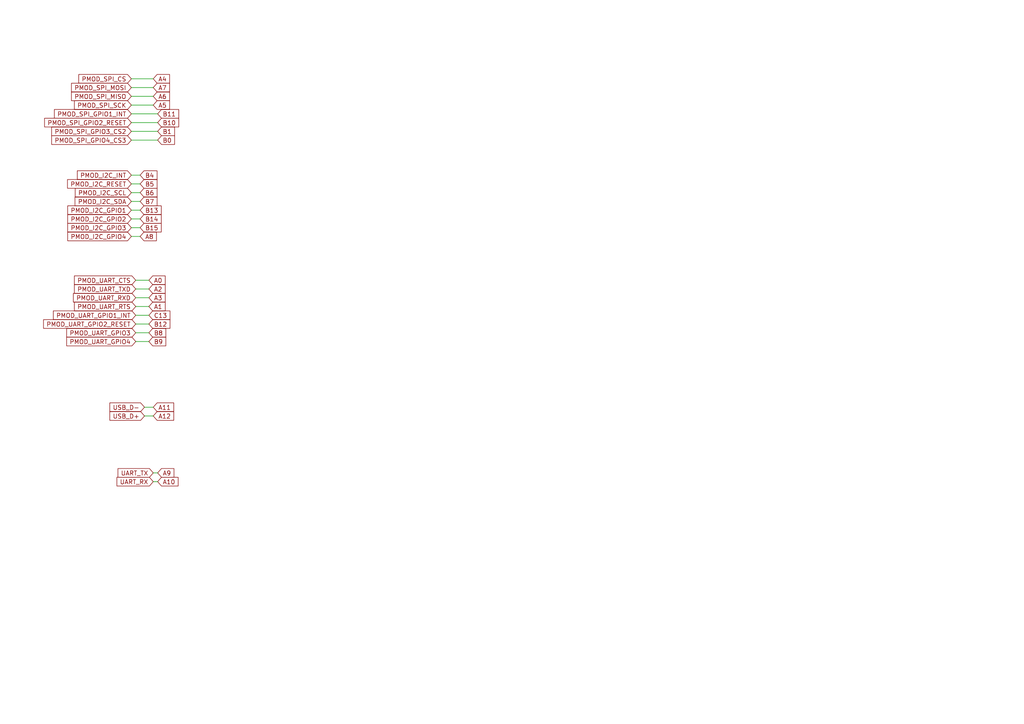
<source format=kicad_sch>
(kicad_sch (version 20211123) (generator eeschema)
  (paper "A4")
  (lib_symbols)
  (wire (pts (xy 38.1 68.58) (xy 40.64 68.58)))
  (wire (pts (xy 43.18 93.98) (xy 39.37 93.98)))
  (wire (pts (xy 45.72 40.64) (xy 38.1 40.64)))
  (wire (pts (xy 43.18 86.36) (xy 39.37 86.36)))
  (wire (pts (xy 44.45 139.7) (xy 45.72 139.7)))
  (wire (pts (xy 38.1 22.86) (xy 44.45 22.86)))
  (wire (pts (xy 40.64 66.04) (xy 38.1 66.04)))
  (wire (pts (xy 39.37 88.9) (xy 43.18 88.9)))
  (wire (pts (xy 38.1 58.42) (xy 40.64 58.42)))
  (wire (pts (xy 40.64 53.34) (xy 38.1 53.34)))
  (wire (pts (xy 39.37 96.52) (xy 43.18 96.52)))
  (wire (pts (xy 44.45 25.4) (xy 38.1 25.4)))
  (wire (pts (xy 38.1 63.5) (xy 40.64 63.5)))
  (wire (pts (xy 38.1 27.94) (xy 44.45 27.94)))
  (wire (pts (xy 44.45 30.48) (xy 38.1 30.48)))
  (wire (pts (xy 44.45 118.11) (xy 41.91 118.11)))
  (wire (pts (xy 40.64 60.96) (xy 38.1 60.96)))
  (wire (pts (xy 38.1 35.56) (xy 45.72 35.56)))
  (wire (pts (xy 41.91 120.65) (xy 44.45 120.65)))
  (wire (pts (xy 43.18 81.28) (xy 39.37 81.28)))
  (wire (pts (xy 45.72 38.1) (xy 38.1 38.1)))
  (wire (pts (xy 45.72 137.16) (xy 44.45 137.16)))
  (wire (pts (xy 40.64 55.88) (xy 38.1 55.88)))
  (wire (pts (xy 43.18 83.82) (xy 39.37 83.82)))
  (wire (pts (xy 40.64 50.8) (xy 38.1 50.8)))
  (wire (pts (xy 43.18 99.06) (xy 39.37 99.06)))
  (wire (pts (xy 39.37 91.44) (xy 43.18 91.44)))
  (wire (pts (xy 45.72 33.02) (xy 38.1 33.02)))
  (global_label "A3" (shape input) (at 43.18 86.36 0) (property "Intersheet-verwijzingen" "${INTERSHEET_REFS}" (effects hide)))
  (global_label "PMOD_UART_CTS" (shape input) (at 39.37 81.28 180) (property "Intersheet-verwijzingen" "${INTERSHEET_REFS}" (effects hide)))
  (global_label "PMOD_I2C_RESET" (shape input) (at 38.1 53.34 180) (property "Intersheet-verwijzingen" "${INTERSHEET_REFS}" (effects hide)))
  (global_label "A11" (shape input) (at 44.45 118.11 0) (property "Intersheet-verwijzingen" "${INTERSHEET_REFS}" (effects hide)))
  (global_label "PMOD_I2C_GPIO2" (shape input) (at 38.1 63.5 180) (property "Intersheet-verwijzingen" "${INTERSHEET_REFS}" (effects hide)))
  (global_label "B0" (shape input) (at 45.72 40.64 0) (property "Intersheet-verwijzingen" "${INTERSHEET_REFS}" (effects hide)))
  (global_label "USB_D+" (shape input) (at 41.91 120.65 180) (property "Intersheet-verwijzingen" "${INTERSHEET_REFS}" (effects hide)))
  (global_label "B1" (shape input) (at 45.72 38.1 0) (property "Intersheet-verwijzingen" "${INTERSHEET_REFS}" (effects hide)))
  (global_label "A4" (shape input) (at 44.45 22.86 0) (property "Intersheet-verwijzingen" "${INTERSHEET_REFS}" (effects hide)))
  (global_label "A2" (shape input) (at 43.18 83.82 0) (property "Intersheet-verwijzingen" "${INTERSHEET_REFS}" (effects hide)))
  (global_label "B8" (shape input) (at 43.18 96.52 0) (property "Intersheet-verwijzingen" "${INTERSHEET_REFS}" (effects hide)))
  (global_label "PMOD_UART_RXD" (shape input) (at 39.37 86.36 180) (property "Intersheet-verwijzingen" "${INTERSHEET_REFS}" (effects hide)))
  (global_label "PMOD_I2C_INT" (shape input) (at 38.1 50.8 180) (property "Intersheet-verwijzingen" "${INTERSHEET_REFS}" (effects hide)))
  (global_label "A5" (shape input) (at 44.45 30.48 0) (property "Intersheet-verwijzingen" "${INTERSHEET_REFS}" (effects hide)))
  (global_label "PMOD_UART_GPIO2_RESET" (shape input) (at 39.37 93.98 180) (property "Intersheet-verwijzingen" "${INTERSHEET_REFS}" (effects hide)))
  (global_label "B11" (shape input) (at 45.72 33.02 0) (property "Intersheet-verwijzingen" "${INTERSHEET_REFS}" (effects hide)))
  (global_label "B13" (shape input) (at 40.64 60.96 0) (property "Intersheet-verwijzingen" "${INTERSHEET_REFS}" (effects hide)))
  (global_label "C13" (shape input) (at 43.18 91.44 0) (property "Intersheet-verwijzingen" "${INTERSHEET_REFS}" (effects hide)))
  (global_label "UART_RX" (shape input) (at 44.45 139.7 180) (property "Intersheet-verwijzingen" "${INTERSHEET_REFS}" (effects hide)))
  (global_label "PMOD_I2C_SCL" (shape input) (at 38.1 55.88 180) (property "Intersheet-verwijzingen" "${INTERSHEET_REFS}" (effects hide)))
  (global_label "B4" (shape input) (at 40.64 50.8 0) (property "Intersheet-verwijzingen" "${INTERSHEET_REFS}" (effects hide)))
  (global_label "A8" (shape input) (at 40.64 68.58 0) (property "Intersheet-verwijzingen" "${INTERSHEET_REFS}" (effects hide)))
  (global_label "B14" (shape input) (at 40.64 63.5 0) (property "Intersheet-verwijzingen" "${INTERSHEET_REFS}" (effects hide)))
  (global_label "PMOD_UART_GPIO1_INT" (shape input) (at 39.37 91.44 180) (property "Intersheet-verwijzingen" "${INTERSHEET_REFS}" (effects hide)))
  (global_label "B15" (shape input) (at 40.64 66.04 0) (property "Intersheet-verwijzingen" "${INTERSHEET_REFS}" (effects hide)))
  (global_label "PMOD_UART_GPIO4" (shape input) (at 39.37 99.06 180) (property "Intersheet-verwijzingen" "${INTERSHEET_REFS}" (effects hide)))
  (global_label "PMOD_SPI_GPIO2_RESET" (shape input) (at 38.1 35.56 180) (property "Intersheet-verwijzingen" "${INTERSHEET_REFS}" (effects hide)))
  (global_label "A10" (shape input) (at 45.72 139.7 0) (property "Intersheet-verwijzingen" "${INTERSHEET_REFS}" (effects hide)))
  (global_label "B12" (shape input) (at 43.18 93.98 0) (property "Intersheet-verwijzingen" "${INTERSHEET_REFS}" (effects hide)))
  (global_label "PMOD_UART_RTS" (shape input) (at 39.37 88.9 180) (property "Intersheet-verwijzingen" "${INTERSHEET_REFS}" (effects hide)))
  (global_label "PMOD_SPI_MISO" (shape input) (at 38.1 27.94 180) (property "Intersheet-verwijzingen" "${INTERSHEET_REFS}" (effects hide)))
  (global_label "B5" (shape input) (at 40.64 53.34 0) (property "Intersheet-verwijzingen" "${INTERSHEET_REFS}" (effects hide)))
  (global_label "UART_TX" (shape input) (at 44.45 137.16 180) (property "Intersheet-verwijzingen" "${INTERSHEET_REFS}" (effects hide)))
  (global_label "PMOD_SPI_GPIO1_INT" (shape input) (at 38.1 33.02 180) (property "Intersheet-verwijzingen" "${INTERSHEET_REFS}" (effects hide)))
  (global_label "USB_D-" (shape input) (at 41.91 118.11 180) (property "Intersheet-verwijzingen" "${INTERSHEET_REFS}" (effects hide)))
  (global_label "A12" (shape input) (at 44.45 120.65 0) (property "Intersheet-verwijzingen" "${INTERSHEET_REFS}" (effects hide)))
  (global_label "PMOD_I2C_GPIO4" (shape input) (at 38.1 68.58 180) (property "Intersheet-verwijzingen" "${INTERSHEET_REFS}" (effects hide)))
  (global_label "PMOD_SPI_CS" (shape input) (at 38.1 22.86 180) (property "Intersheet-verwijzingen" "${INTERSHEET_REFS}" (effects hide)))
  (global_label "A0" (shape input) (at 43.18 81.28 0) (property "Intersheet-verwijzingen" "${INTERSHEET_REFS}" (effects hide)))
  (global_label "B9" (shape input) (at 43.18 99.06 0) (property "Intersheet-verwijzingen" "${INTERSHEET_REFS}" (effects hide)))
  (global_label "PMOD_I2C_GPIO1" (shape input) (at 38.1 60.96 180) (property "Intersheet-verwijzingen" "${INTERSHEET_REFS}" (effects hide)))
  (global_label "PMOD_I2C_GPIO3" (shape input) (at 38.1 66.04 180) (property "Intersheet-verwijzingen" "${INTERSHEET_REFS}" (effects hide)))
  (global_label "A6" (shape input) (at 44.45 27.94 0) (property "Intersheet-verwijzingen" "${INTERSHEET_REFS}" (effects hide)))
  (global_label "PMOD_SPI_SCK" (shape input) (at 38.1 30.48 180) (property "Intersheet-verwijzingen" "${INTERSHEET_REFS}" (effects hide)))
  (global_label "B10" (shape input) (at 45.72 35.56 0) (property "Intersheet-verwijzingen" "${INTERSHEET_REFS}" (effects hide)))
  (global_label "PMOD_SPI_MOSI" (shape input) (at 38.1 25.4 180) (property "Intersheet-verwijzingen" "${INTERSHEET_REFS}" (effects hide)))
  (global_label "PMOD_I2C_SDA" (shape input) (at 38.1 58.42 180) (property "Intersheet-verwijzingen" "${INTERSHEET_REFS}" (effects hide)))
  (global_label "A9" (shape input) (at 45.72 137.16 0) (property "Intersheet-verwijzingen" "${INTERSHEET_REFS}" (effects hide)))
  (global_label "A7" (shape input) (at 44.45 25.4 0) (property "Intersheet-verwijzingen" "${INTERSHEET_REFS}" (effects hide)))
  (global_label "PMOD_UART_TXD" (shape input) (at 39.37 83.82 180) (property "Intersheet-verwijzingen" "${INTERSHEET_REFS}" (effects hide)))
  (global_label "B7" (shape input) (at 40.64 58.42 0) (property "Intersheet-verwijzingen" "${INTERSHEET_REFS}" (effects hide)))
  (global_label "A1" (shape input) (at 43.18 88.9 0) (property "Intersheet-verwijzingen" "${INTERSHEET_REFS}" (effects hide)))
  (global_label "PMOD_UART_GPIO3" (shape input) (at 39.37 96.52 180) (property "Intersheet-verwijzingen" "${INTERSHEET_REFS}" (effects hide)))
  (global_label "PMOD_SPI_GPIO4_CS3" (shape input) (at 38.1 40.64 180) (property "Intersheet-verwijzingen" "${INTERSHEET_REFS}" (effects hide)))
  (global_label "B6" (shape input) (at 40.64 55.88 0) (property "Intersheet-verwijzingen" "${INTERSHEET_REFS}" (effects hide)))
  (global_label "PMOD_SPI_GPIO3_CS2" (shape input) (at 38.1 38.1 180) (property "Intersheet-verwijzingen" "${INTERSHEET_REFS}" (effects hide)))
)
</source>
